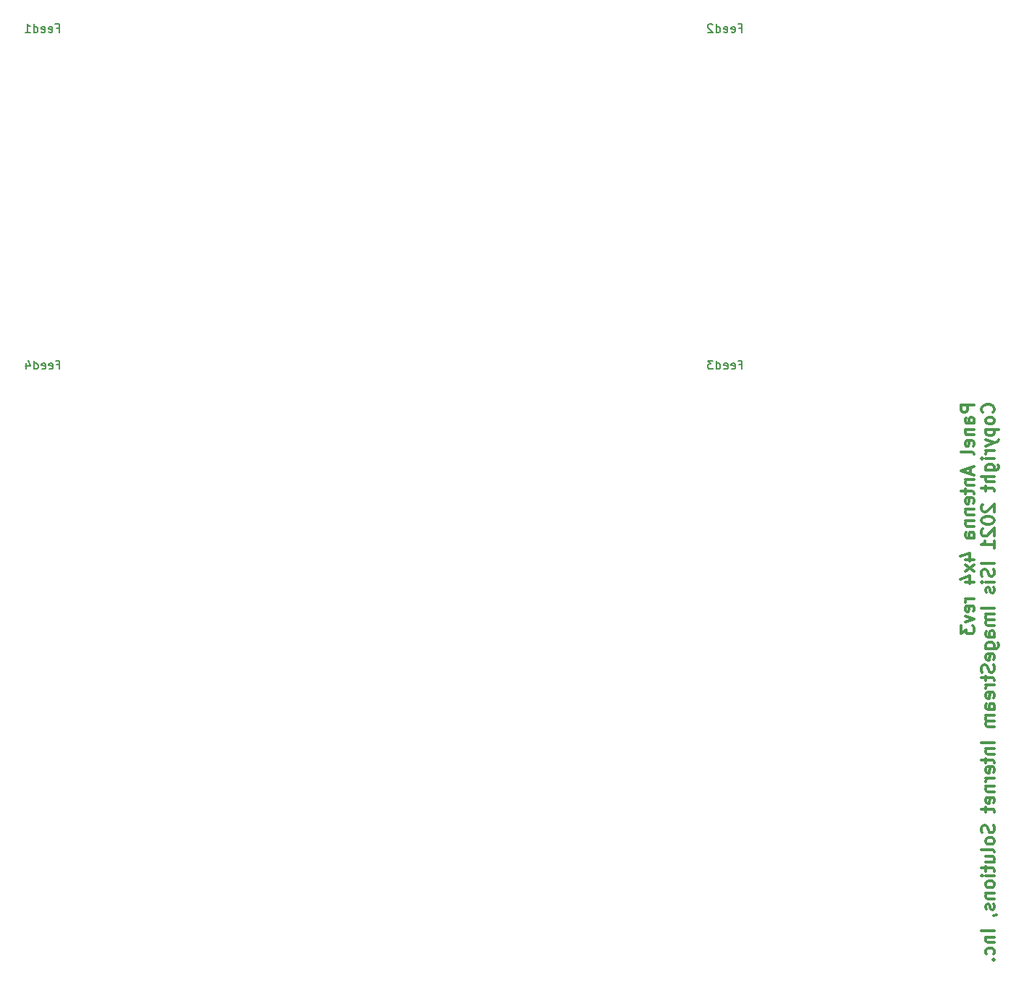
<source format=gbr>
%TF.GenerationSoftware,KiCad,Pcbnew,5.99.0-unknown-283d176cdc~117~ubuntu20.04.1*%
%TF.CreationDate,2021-02-27T14:34:11-06:00*%
%TF.ProjectId,Feeds,46656564-732e-46b6-9963-61645f706362,rev?*%
%TF.SameCoordinates,Original*%
%TF.FileFunction,Legend,Bot*%
%TF.FilePolarity,Positive*%
%FSLAX46Y46*%
G04 Gerber Fmt 4.6, Leading zero omitted, Abs format (unit mm)*
G04 Created by KiCad (PCBNEW 5.99.0-unknown-283d176cdc~117~ubuntu20.04.1) date 2021-02-27 14:34:11*
%MOMM*%
%LPD*%
G01*
G04 APERTURE LIST*
%ADD10C,0.300000*%
%ADD11C,0.150000*%
G04 APERTURE END LIST*
D10*
X179455471Y-137915342D02*
X177955471Y-137915342D01*
X177955471Y-138486771D01*
X178026900Y-138629628D01*
X178098328Y-138701057D01*
X178241185Y-138772485D01*
X178455471Y-138772485D01*
X178598328Y-138701057D01*
X178669757Y-138629628D01*
X178741185Y-138486771D01*
X178741185Y-137915342D01*
X179455471Y-140058200D02*
X178669757Y-140058200D01*
X178526900Y-139986771D01*
X178455471Y-139843914D01*
X178455471Y-139558200D01*
X178526900Y-139415342D01*
X179384042Y-140058200D02*
X179455471Y-139915342D01*
X179455471Y-139558200D01*
X179384042Y-139415342D01*
X179241185Y-139343914D01*
X179098328Y-139343914D01*
X178955471Y-139415342D01*
X178884042Y-139558200D01*
X178884042Y-139915342D01*
X178812614Y-140058200D01*
X178455471Y-140772485D02*
X179455471Y-140772485D01*
X178598328Y-140772485D02*
X178526900Y-140843914D01*
X178455471Y-140986771D01*
X178455471Y-141201057D01*
X178526900Y-141343914D01*
X178669757Y-141415342D01*
X179455471Y-141415342D01*
X179384042Y-142701057D02*
X179455471Y-142558200D01*
X179455471Y-142272485D01*
X179384042Y-142129628D01*
X179241185Y-142058200D01*
X178669757Y-142058200D01*
X178526900Y-142129628D01*
X178455471Y-142272485D01*
X178455471Y-142558200D01*
X178526900Y-142701057D01*
X178669757Y-142772485D01*
X178812614Y-142772485D01*
X178955471Y-142058200D01*
X179455471Y-143629628D02*
X179384042Y-143486771D01*
X179241185Y-143415342D01*
X177955471Y-143415342D01*
X179026900Y-145272485D02*
X179026900Y-145986771D01*
X179455471Y-145129628D02*
X177955471Y-145629628D01*
X179455471Y-146129628D01*
X178455471Y-146629628D02*
X179455471Y-146629628D01*
X178598328Y-146629628D02*
X178526900Y-146701057D01*
X178455471Y-146843914D01*
X178455471Y-147058200D01*
X178526900Y-147201057D01*
X178669757Y-147272485D01*
X179455471Y-147272485D01*
X178455471Y-147772485D02*
X178455471Y-148343914D01*
X177955471Y-147986771D02*
X179241185Y-147986771D01*
X179384042Y-148058200D01*
X179455471Y-148201057D01*
X179455471Y-148343914D01*
X179384042Y-149415342D02*
X179455471Y-149272485D01*
X179455471Y-148986771D01*
X179384042Y-148843914D01*
X179241185Y-148772485D01*
X178669757Y-148772485D01*
X178526900Y-148843914D01*
X178455471Y-148986771D01*
X178455471Y-149272485D01*
X178526900Y-149415342D01*
X178669757Y-149486771D01*
X178812614Y-149486771D01*
X178955471Y-148772485D01*
X178455471Y-150129628D02*
X179455471Y-150129628D01*
X178598328Y-150129628D02*
X178526900Y-150201057D01*
X178455471Y-150343914D01*
X178455471Y-150558200D01*
X178526900Y-150701057D01*
X178669757Y-150772485D01*
X179455471Y-150772485D01*
X178455471Y-151486771D02*
X179455471Y-151486771D01*
X178598328Y-151486771D02*
X178526900Y-151558200D01*
X178455471Y-151701057D01*
X178455471Y-151915342D01*
X178526900Y-152058200D01*
X178669757Y-152129628D01*
X179455471Y-152129628D01*
X179455471Y-153486771D02*
X178669757Y-153486771D01*
X178526900Y-153415342D01*
X178455471Y-153272485D01*
X178455471Y-152986771D01*
X178526900Y-152843914D01*
X179384042Y-153486771D02*
X179455471Y-153343914D01*
X179455471Y-152986771D01*
X179384042Y-152843914D01*
X179241185Y-152772485D01*
X179098328Y-152772485D01*
X178955471Y-152843914D01*
X178884042Y-152986771D01*
X178884042Y-153343914D01*
X178812614Y-153486771D01*
X178455471Y-155986771D02*
X179455471Y-155986771D01*
X177884042Y-155629628D02*
X178955471Y-155272485D01*
X178955471Y-156201057D01*
X179455471Y-156629628D02*
X178455471Y-157415342D01*
X178455471Y-156629628D02*
X179455471Y-157415342D01*
X178455471Y-158629628D02*
X179455471Y-158629628D01*
X177884042Y-158272485D02*
X178955471Y-157915342D01*
X178955471Y-158843914D01*
X179455471Y-160558200D02*
X178455471Y-160558200D01*
X178741185Y-160558200D02*
X178598328Y-160629628D01*
X178526900Y-160701057D01*
X178455471Y-160843914D01*
X178455471Y-160986771D01*
X179384042Y-162058200D02*
X179455471Y-161915342D01*
X179455471Y-161629628D01*
X179384042Y-161486771D01*
X179241185Y-161415342D01*
X178669757Y-161415342D01*
X178526900Y-161486771D01*
X178455471Y-161629628D01*
X178455471Y-161915342D01*
X178526900Y-162058200D01*
X178669757Y-162129628D01*
X178812614Y-162129628D01*
X178955471Y-161415342D01*
X178455471Y-162629628D02*
X179455471Y-162986771D01*
X178455471Y-163343914D01*
X177955471Y-163772485D02*
X177955471Y-164701057D01*
X178526900Y-164201057D01*
X178526900Y-164415342D01*
X178598328Y-164558200D01*
X178669757Y-164629628D01*
X178812614Y-164701057D01*
X179169757Y-164701057D01*
X179312614Y-164629628D01*
X179384042Y-164558200D01*
X179455471Y-164415342D01*
X179455471Y-163986771D01*
X179384042Y-163843914D01*
X179312614Y-163772485D01*
X181727614Y-138772485D02*
X181799042Y-138701057D01*
X181870471Y-138486771D01*
X181870471Y-138343914D01*
X181799042Y-138129628D01*
X181656185Y-137986771D01*
X181513328Y-137915342D01*
X181227614Y-137843914D01*
X181013328Y-137843914D01*
X180727614Y-137915342D01*
X180584757Y-137986771D01*
X180441900Y-138129628D01*
X180370471Y-138343914D01*
X180370471Y-138486771D01*
X180441900Y-138701057D01*
X180513328Y-138772485D01*
X181870471Y-139629628D02*
X181799042Y-139486771D01*
X181727614Y-139415342D01*
X181584757Y-139343914D01*
X181156185Y-139343914D01*
X181013328Y-139415342D01*
X180941900Y-139486771D01*
X180870471Y-139629628D01*
X180870471Y-139843914D01*
X180941900Y-139986771D01*
X181013328Y-140058200D01*
X181156185Y-140129628D01*
X181584757Y-140129628D01*
X181727614Y-140058200D01*
X181799042Y-139986771D01*
X181870471Y-139843914D01*
X181870471Y-139629628D01*
X180870471Y-140772485D02*
X182370471Y-140772485D01*
X180941900Y-140772485D02*
X180870471Y-140915342D01*
X180870471Y-141201057D01*
X180941900Y-141343914D01*
X181013328Y-141415342D01*
X181156185Y-141486771D01*
X181584757Y-141486771D01*
X181727614Y-141415342D01*
X181799042Y-141343914D01*
X181870471Y-141201057D01*
X181870471Y-140915342D01*
X181799042Y-140772485D01*
X180870471Y-141986771D02*
X181870471Y-142343914D01*
X180870471Y-142701057D02*
X181870471Y-142343914D01*
X182227614Y-142201057D01*
X182299042Y-142129628D01*
X182370471Y-141986771D01*
X181870471Y-143272485D02*
X180870471Y-143272485D01*
X181156185Y-143272485D02*
X181013328Y-143343914D01*
X180941900Y-143415342D01*
X180870471Y-143558200D01*
X180870471Y-143701057D01*
X181870471Y-144201057D02*
X180870471Y-144201057D01*
X180370471Y-144201057D02*
X180441900Y-144129628D01*
X180513328Y-144201057D01*
X180441900Y-144272485D01*
X180370471Y-144201057D01*
X180513328Y-144201057D01*
X180870471Y-145558200D02*
X182084757Y-145558200D01*
X182227614Y-145486771D01*
X182299042Y-145415342D01*
X182370471Y-145272485D01*
X182370471Y-145058200D01*
X182299042Y-144915342D01*
X181799042Y-145558200D02*
X181870471Y-145415342D01*
X181870471Y-145129628D01*
X181799042Y-144986771D01*
X181727614Y-144915342D01*
X181584757Y-144843914D01*
X181156185Y-144843914D01*
X181013328Y-144915342D01*
X180941900Y-144986771D01*
X180870471Y-145129628D01*
X180870471Y-145415342D01*
X180941900Y-145558200D01*
X181870471Y-146272485D02*
X180370471Y-146272485D01*
X181870471Y-146915342D02*
X181084757Y-146915342D01*
X180941900Y-146843914D01*
X180870471Y-146701057D01*
X180870471Y-146486771D01*
X180941900Y-146343914D01*
X181013328Y-146272485D01*
X180870471Y-147415342D02*
X180870471Y-147986771D01*
X180370471Y-147629628D02*
X181656185Y-147629628D01*
X181799042Y-147701057D01*
X181870471Y-147843914D01*
X181870471Y-147986771D01*
X180513328Y-149558200D02*
X180441900Y-149629628D01*
X180370471Y-149772485D01*
X180370471Y-150129628D01*
X180441900Y-150272485D01*
X180513328Y-150343914D01*
X180656185Y-150415342D01*
X180799042Y-150415342D01*
X181013328Y-150343914D01*
X181870471Y-149486771D01*
X181870471Y-150415342D01*
X180370471Y-151343914D02*
X180370471Y-151486771D01*
X180441900Y-151629628D01*
X180513328Y-151701057D01*
X180656185Y-151772485D01*
X180941900Y-151843914D01*
X181299042Y-151843914D01*
X181584757Y-151772485D01*
X181727614Y-151701057D01*
X181799042Y-151629628D01*
X181870471Y-151486771D01*
X181870471Y-151343914D01*
X181799042Y-151201057D01*
X181727614Y-151129628D01*
X181584757Y-151058200D01*
X181299042Y-150986771D01*
X180941900Y-150986771D01*
X180656185Y-151058200D01*
X180513328Y-151129628D01*
X180441900Y-151201057D01*
X180370471Y-151343914D01*
X180513328Y-152415342D02*
X180441900Y-152486771D01*
X180370471Y-152629628D01*
X180370471Y-152986771D01*
X180441900Y-153129628D01*
X180513328Y-153201057D01*
X180656185Y-153272485D01*
X180799042Y-153272485D01*
X181013328Y-153201057D01*
X181870471Y-152343914D01*
X181870471Y-153272485D01*
X181870471Y-154701057D02*
X181870471Y-153843914D01*
X181870471Y-154272485D02*
X180370471Y-154272485D01*
X180584757Y-154129628D01*
X180727614Y-153986771D01*
X180799042Y-153843914D01*
X181870471Y-156486771D02*
X180370471Y-156486771D01*
X181799042Y-157129628D02*
X181870471Y-157343914D01*
X181870471Y-157701057D01*
X181799042Y-157843914D01*
X181727614Y-157915342D01*
X181584757Y-157986771D01*
X181441900Y-157986771D01*
X181299042Y-157915342D01*
X181227614Y-157843914D01*
X181156185Y-157701057D01*
X181084757Y-157415342D01*
X181013328Y-157272485D01*
X180941900Y-157201057D01*
X180799042Y-157129628D01*
X180656185Y-157129628D01*
X180513328Y-157201057D01*
X180441900Y-157272485D01*
X180370471Y-157415342D01*
X180370471Y-157772485D01*
X180441900Y-157986771D01*
X181870471Y-158629628D02*
X180870471Y-158629628D01*
X180370471Y-158629628D02*
X180441900Y-158558200D01*
X180513328Y-158629628D01*
X180441900Y-158701057D01*
X180370471Y-158629628D01*
X180513328Y-158629628D01*
X181799042Y-159272485D02*
X181870471Y-159415342D01*
X181870471Y-159701057D01*
X181799042Y-159843914D01*
X181656185Y-159915342D01*
X181584757Y-159915342D01*
X181441900Y-159843914D01*
X181370471Y-159701057D01*
X181370471Y-159486771D01*
X181299042Y-159343914D01*
X181156185Y-159272485D01*
X181084757Y-159272485D01*
X180941900Y-159343914D01*
X180870471Y-159486771D01*
X180870471Y-159701057D01*
X180941900Y-159843914D01*
X181870471Y-161701057D02*
X180370471Y-161701057D01*
X181870471Y-162415342D02*
X180870471Y-162415342D01*
X181013328Y-162415342D02*
X180941900Y-162486771D01*
X180870471Y-162629628D01*
X180870471Y-162843914D01*
X180941900Y-162986771D01*
X181084757Y-163058200D01*
X181870471Y-163058200D01*
X181084757Y-163058200D02*
X180941900Y-163129628D01*
X180870471Y-163272485D01*
X180870471Y-163486771D01*
X180941900Y-163629628D01*
X181084757Y-163701057D01*
X181870471Y-163701057D01*
X181870471Y-165058200D02*
X181084757Y-165058200D01*
X180941900Y-164986771D01*
X180870471Y-164843914D01*
X180870471Y-164558200D01*
X180941900Y-164415342D01*
X181799042Y-165058200D02*
X181870471Y-164915342D01*
X181870471Y-164558200D01*
X181799042Y-164415342D01*
X181656185Y-164343914D01*
X181513328Y-164343914D01*
X181370471Y-164415342D01*
X181299042Y-164558200D01*
X181299042Y-164915342D01*
X181227614Y-165058200D01*
X180870471Y-166415342D02*
X182084757Y-166415342D01*
X182227614Y-166343914D01*
X182299042Y-166272485D01*
X182370471Y-166129628D01*
X182370471Y-165915342D01*
X182299042Y-165772485D01*
X181799042Y-166415342D02*
X181870471Y-166272485D01*
X181870471Y-165986771D01*
X181799042Y-165843914D01*
X181727614Y-165772485D01*
X181584757Y-165701057D01*
X181156185Y-165701057D01*
X181013328Y-165772485D01*
X180941900Y-165843914D01*
X180870471Y-165986771D01*
X180870471Y-166272485D01*
X180941900Y-166415342D01*
X181799042Y-167701057D02*
X181870471Y-167558200D01*
X181870471Y-167272485D01*
X181799042Y-167129628D01*
X181656185Y-167058200D01*
X181084757Y-167058200D01*
X180941900Y-167129628D01*
X180870471Y-167272485D01*
X180870471Y-167558200D01*
X180941900Y-167701057D01*
X181084757Y-167772485D01*
X181227614Y-167772485D01*
X181370471Y-167058200D01*
X181799042Y-168343914D02*
X181870471Y-168558200D01*
X181870471Y-168915342D01*
X181799042Y-169058200D01*
X181727614Y-169129628D01*
X181584757Y-169201057D01*
X181441900Y-169201057D01*
X181299042Y-169129628D01*
X181227614Y-169058200D01*
X181156185Y-168915342D01*
X181084757Y-168629628D01*
X181013328Y-168486771D01*
X180941900Y-168415342D01*
X180799042Y-168343914D01*
X180656185Y-168343914D01*
X180513328Y-168415342D01*
X180441900Y-168486771D01*
X180370471Y-168629628D01*
X180370471Y-168986771D01*
X180441900Y-169201057D01*
X180870471Y-169629628D02*
X180870471Y-170201057D01*
X180370471Y-169843914D02*
X181656185Y-169843914D01*
X181799042Y-169915342D01*
X181870471Y-170058200D01*
X181870471Y-170201057D01*
X181870471Y-170701057D02*
X180870471Y-170701057D01*
X181156185Y-170701057D02*
X181013328Y-170772485D01*
X180941900Y-170843914D01*
X180870471Y-170986771D01*
X180870471Y-171129628D01*
X181799042Y-172201057D02*
X181870471Y-172058200D01*
X181870471Y-171772485D01*
X181799042Y-171629628D01*
X181656185Y-171558200D01*
X181084757Y-171558200D01*
X180941900Y-171629628D01*
X180870471Y-171772485D01*
X180870471Y-172058200D01*
X180941900Y-172201057D01*
X181084757Y-172272485D01*
X181227614Y-172272485D01*
X181370471Y-171558200D01*
X181870471Y-173558200D02*
X181084757Y-173558200D01*
X180941900Y-173486771D01*
X180870471Y-173343914D01*
X180870471Y-173058200D01*
X180941900Y-172915342D01*
X181799042Y-173558200D02*
X181870471Y-173415342D01*
X181870471Y-173058200D01*
X181799042Y-172915342D01*
X181656185Y-172843914D01*
X181513328Y-172843914D01*
X181370471Y-172915342D01*
X181299042Y-173058200D01*
X181299042Y-173415342D01*
X181227614Y-173558200D01*
X181870471Y-174272485D02*
X180870471Y-174272485D01*
X181013328Y-174272485D02*
X180941900Y-174343914D01*
X180870471Y-174486771D01*
X180870471Y-174701057D01*
X180941900Y-174843914D01*
X181084757Y-174915342D01*
X181870471Y-174915342D01*
X181084757Y-174915342D02*
X180941900Y-174986771D01*
X180870471Y-175129628D01*
X180870471Y-175343914D01*
X180941900Y-175486771D01*
X181084757Y-175558200D01*
X181870471Y-175558200D01*
X181870471Y-177415342D02*
X180370471Y-177415342D01*
X180870471Y-178129628D02*
X181870471Y-178129628D01*
X181013328Y-178129628D02*
X180941900Y-178201057D01*
X180870471Y-178343914D01*
X180870471Y-178558200D01*
X180941900Y-178701057D01*
X181084757Y-178772485D01*
X181870471Y-178772485D01*
X180870471Y-179272485D02*
X180870471Y-179843914D01*
X180370471Y-179486771D02*
X181656185Y-179486771D01*
X181799042Y-179558200D01*
X181870471Y-179701057D01*
X181870471Y-179843914D01*
X181799042Y-180915342D02*
X181870471Y-180772485D01*
X181870471Y-180486771D01*
X181799042Y-180343914D01*
X181656185Y-180272485D01*
X181084757Y-180272485D01*
X180941900Y-180343914D01*
X180870471Y-180486771D01*
X180870471Y-180772485D01*
X180941900Y-180915342D01*
X181084757Y-180986771D01*
X181227614Y-180986771D01*
X181370471Y-180272485D01*
X181870471Y-181629628D02*
X180870471Y-181629628D01*
X181156185Y-181629628D02*
X181013328Y-181701057D01*
X180941900Y-181772485D01*
X180870471Y-181915342D01*
X180870471Y-182058200D01*
X180870471Y-182558200D02*
X181870471Y-182558200D01*
X181013328Y-182558200D02*
X180941900Y-182629628D01*
X180870471Y-182772485D01*
X180870471Y-182986771D01*
X180941900Y-183129628D01*
X181084757Y-183201057D01*
X181870471Y-183201057D01*
X181799042Y-184486771D02*
X181870471Y-184343914D01*
X181870471Y-184058200D01*
X181799042Y-183915342D01*
X181656185Y-183843914D01*
X181084757Y-183843914D01*
X180941900Y-183915342D01*
X180870471Y-184058200D01*
X180870471Y-184343914D01*
X180941900Y-184486771D01*
X181084757Y-184558200D01*
X181227614Y-184558200D01*
X181370471Y-183843914D01*
X180870471Y-184986771D02*
X180870471Y-185558200D01*
X180370471Y-185201057D02*
X181656185Y-185201057D01*
X181799042Y-185272485D01*
X181870471Y-185415342D01*
X181870471Y-185558200D01*
X181799042Y-187129628D02*
X181870471Y-187343914D01*
X181870471Y-187701057D01*
X181799042Y-187843914D01*
X181727614Y-187915342D01*
X181584757Y-187986771D01*
X181441900Y-187986771D01*
X181299042Y-187915342D01*
X181227614Y-187843914D01*
X181156185Y-187701057D01*
X181084757Y-187415342D01*
X181013328Y-187272485D01*
X180941900Y-187201057D01*
X180799042Y-187129628D01*
X180656185Y-187129628D01*
X180513328Y-187201057D01*
X180441900Y-187272485D01*
X180370471Y-187415342D01*
X180370471Y-187772485D01*
X180441900Y-187986771D01*
X181870471Y-188843914D02*
X181799042Y-188701057D01*
X181727614Y-188629628D01*
X181584757Y-188558200D01*
X181156185Y-188558200D01*
X181013328Y-188629628D01*
X180941900Y-188701057D01*
X180870471Y-188843914D01*
X180870471Y-189058200D01*
X180941900Y-189201057D01*
X181013328Y-189272485D01*
X181156185Y-189343914D01*
X181584757Y-189343914D01*
X181727614Y-189272485D01*
X181799042Y-189201057D01*
X181870471Y-189058200D01*
X181870471Y-188843914D01*
X181870471Y-190201057D02*
X181799042Y-190058200D01*
X181656185Y-189986771D01*
X180370471Y-189986771D01*
X180870471Y-191415342D02*
X181870471Y-191415342D01*
X180870471Y-190772485D02*
X181656185Y-190772485D01*
X181799042Y-190843914D01*
X181870471Y-190986771D01*
X181870471Y-191201057D01*
X181799042Y-191343914D01*
X181727614Y-191415342D01*
X180870471Y-191915342D02*
X180870471Y-192486771D01*
X180370471Y-192129628D02*
X181656185Y-192129628D01*
X181799042Y-192201057D01*
X181870471Y-192343914D01*
X181870471Y-192486771D01*
X181870471Y-192986771D02*
X180870471Y-192986771D01*
X180370471Y-192986771D02*
X180441900Y-192915342D01*
X180513328Y-192986771D01*
X180441900Y-193058200D01*
X180370471Y-192986771D01*
X180513328Y-192986771D01*
X181870471Y-193915342D02*
X181799042Y-193772485D01*
X181727614Y-193701057D01*
X181584757Y-193629628D01*
X181156185Y-193629628D01*
X181013328Y-193701057D01*
X180941900Y-193772485D01*
X180870471Y-193915342D01*
X180870471Y-194129628D01*
X180941900Y-194272485D01*
X181013328Y-194343914D01*
X181156185Y-194415342D01*
X181584757Y-194415342D01*
X181727614Y-194343914D01*
X181799042Y-194272485D01*
X181870471Y-194129628D01*
X181870471Y-193915342D01*
X180870471Y-195058200D02*
X181870471Y-195058200D01*
X181013328Y-195058200D02*
X180941900Y-195129628D01*
X180870471Y-195272485D01*
X180870471Y-195486771D01*
X180941900Y-195629628D01*
X181084757Y-195701057D01*
X181870471Y-195701057D01*
X181799042Y-196343914D02*
X181870471Y-196486771D01*
X181870471Y-196772485D01*
X181799042Y-196915342D01*
X181656185Y-196986771D01*
X181584757Y-196986771D01*
X181441900Y-196915342D01*
X181370471Y-196772485D01*
X181370471Y-196558200D01*
X181299042Y-196415342D01*
X181156185Y-196343914D01*
X181084757Y-196343914D01*
X180941900Y-196415342D01*
X180870471Y-196558200D01*
X180870471Y-196772485D01*
X180941900Y-196915342D01*
X181799042Y-197701057D02*
X181870471Y-197701057D01*
X182013328Y-197629628D01*
X182084757Y-197558200D01*
X181870471Y-199486771D02*
X180370471Y-199486771D01*
X180870471Y-200201057D02*
X181870471Y-200201057D01*
X181013328Y-200201057D02*
X180941900Y-200272485D01*
X180870471Y-200415342D01*
X180870471Y-200629628D01*
X180941900Y-200772485D01*
X181084757Y-200843914D01*
X181870471Y-200843914D01*
X181799042Y-202201057D02*
X181870471Y-202058200D01*
X181870471Y-201772485D01*
X181799042Y-201629628D01*
X181727614Y-201558200D01*
X181584757Y-201486771D01*
X181156185Y-201486771D01*
X181013328Y-201558200D01*
X180941900Y-201629628D01*
X180870471Y-201772485D01*
X180870471Y-202058200D01*
X180941900Y-202201057D01*
X181727614Y-202843914D02*
X181799042Y-202915342D01*
X181870471Y-202843914D01*
X181799042Y-202772485D01*
X181727614Y-202843914D01*
X181870471Y-202843914D01*
D11*
%TO.C,Feed4*%
X72173857Y-133182546D02*
X72507190Y-133182546D01*
X72507190Y-133706355D02*
X72507190Y-132706355D01*
X72031000Y-132706355D01*
X71269095Y-133658736D02*
X71364333Y-133706355D01*
X71554809Y-133706355D01*
X71650047Y-133658736D01*
X71697666Y-133563498D01*
X71697666Y-133182546D01*
X71650047Y-133087308D01*
X71554809Y-133039689D01*
X71364333Y-133039689D01*
X71269095Y-133087308D01*
X71221476Y-133182546D01*
X71221476Y-133277784D01*
X71697666Y-133373022D01*
X70411952Y-133658736D02*
X70507190Y-133706355D01*
X70697666Y-133706355D01*
X70792904Y-133658736D01*
X70840523Y-133563498D01*
X70840523Y-133182546D01*
X70792904Y-133087308D01*
X70697666Y-133039689D01*
X70507190Y-133039689D01*
X70411952Y-133087308D01*
X70364333Y-133182546D01*
X70364333Y-133277784D01*
X70840523Y-133373022D01*
X69507190Y-133706355D02*
X69507190Y-132706355D01*
X69507190Y-133658736D02*
X69602428Y-133706355D01*
X69792904Y-133706355D01*
X69888142Y-133658736D01*
X69935761Y-133611117D01*
X69983380Y-133515879D01*
X69983380Y-133230165D01*
X69935761Y-133134927D01*
X69888142Y-133087308D01*
X69792904Y-133039689D01*
X69602428Y-133039689D01*
X69507190Y-133087308D01*
X68602428Y-133039689D02*
X68602428Y-133706355D01*
X68840523Y-132658736D02*
X69078619Y-133373022D01*
X68459571Y-133373022D01*
%TO.C,Feed1*%
X72144607Y-93774571D02*
X72477940Y-93774571D01*
X72477940Y-94298380D02*
X72477940Y-93298380D01*
X72001750Y-93298380D01*
X71239845Y-94250761D02*
X71335083Y-94298380D01*
X71525559Y-94298380D01*
X71620797Y-94250761D01*
X71668416Y-94155523D01*
X71668416Y-93774571D01*
X71620797Y-93679333D01*
X71525559Y-93631714D01*
X71335083Y-93631714D01*
X71239845Y-93679333D01*
X71192226Y-93774571D01*
X71192226Y-93869809D01*
X71668416Y-93965047D01*
X70382702Y-94250761D02*
X70477940Y-94298380D01*
X70668416Y-94298380D01*
X70763654Y-94250761D01*
X70811273Y-94155523D01*
X70811273Y-93774571D01*
X70763654Y-93679333D01*
X70668416Y-93631714D01*
X70477940Y-93631714D01*
X70382702Y-93679333D01*
X70335083Y-93774571D01*
X70335083Y-93869809D01*
X70811273Y-93965047D01*
X69477940Y-94298380D02*
X69477940Y-93298380D01*
X69477940Y-94250761D02*
X69573178Y-94298380D01*
X69763654Y-94298380D01*
X69858892Y-94250761D01*
X69906511Y-94203142D01*
X69954130Y-94107904D01*
X69954130Y-93822190D01*
X69906511Y-93726952D01*
X69858892Y-93679333D01*
X69763654Y-93631714D01*
X69573178Y-93631714D01*
X69477940Y-93679333D01*
X68477940Y-94298380D02*
X69049369Y-94298380D01*
X68763654Y-94298380D02*
X68763654Y-93298380D01*
X68858892Y-93441238D01*
X68954130Y-93536476D01*
X69049369Y-93584095D01*
%TO.C,Feed3*%
X151998857Y-133182546D02*
X152332190Y-133182546D01*
X152332190Y-133706355D02*
X152332190Y-132706355D01*
X151856000Y-132706355D01*
X151094095Y-133658736D02*
X151189333Y-133706355D01*
X151379809Y-133706355D01*
X151475047Y-133658736D01*
X151522666Y-133563498D01*
X151522666Y-133182546D01*
X151475047Y-133087308D01*
X151379809Y-133039689D01*
X151189333Y-133039689D01*
X151094095Y-133087308D01*
X151046476Y-133182546D01*
X151046476Y-133277784D01*
X151522666Y-133373022D01*
X150236952Y-133658736D02*
X150332190Y-133706355D01*
X150522666Y-133706355D01*
X150617904Y-133658736D01*
X150665523Y-133563498D01*
X150665523Y-133182546D01*
X150617904Y-133087308D01*
X150522666Y-133039689D01*
X150332190Y-133039689D01*
X150236952Y-133087308D01*
X150189333Y-133182546D01*
X150189333Y-133277784D01*
X150665523Y-133373022D01*
X149332190Y-133706355D02*
X149332190Y-132706355D01*
X149332190Y-133658736D02*
X149427428Y-133706355D01*
X149617904Y-133706355D01*
X149713142Y-133658736D01*
X149760761Y-133611117D01*
X149808380Y-133515879D01*
X149808380Y-133230165D01*
X149760761Y-133134927D01*
X149713142Y-133087308D01*
X149617904Y-133039689D01*
X149427428Y-133039689D01*
X149332190Y-133087308D01*
X148951238Y-132706355D02*
X148332190Y-132706355D01*
X148665523Y-133087308D01*
X148522666Y-133087308D01*
X148427428Y-133134927D01*
X148379809Y-133182546D01*
X148332190Y-133277784D01*
X148332190Y-133515879D01*
X148379809Y-133611117D01*
X148427428Y-133658736D01*
X148522666Y-133706355D01*
X148808380Y-133706355D01*
X148903619Y-133658736D01*
X148951238Y-133611117D01*
%TO.C,Feed2*%
X151993857Y-93774571D02*
X152327190Y-93774571D01*
X152327190Y-94298380D02*
X152327190Y-93298380D01*
X151851000Y-93298380D01*
X151089095Y-94250761D02*
X151184333Y-94298380D01*
X151374809Y-94298380D01*
X151470047Y-94250761D01*
X151517666Y-94155523D01*
X151517666Y-93774571D01*
X151470047Y-93679333D01*
X151374809Y-93631714D01*
X151184333Y-93631714D01*
X151089095Y-93679333D01*
X151041476Y-93774571D01*
X151041476Y-93869809D01*
X151517666Y-93965047D01*
X150231952Y-94250761D02*
X150327190Y-94298380D01*
X150517666Y-94298380D01*
X150612904Y-94250761D01*
X150660523Y-94155523D01*
X150660523Y-93774571D01*
X150612904Y-93679333D01*
X150517666Y-93631714D01*
X150327190Y-93631714D01*
X150231952Y-93679333D01*
X150184333Y-93774571D01*
X150184333Y-93869809D01*
X150660523Y-93965047D01*
X149327190Y-94298380D02*
X149327190Y-93298380D01*
X149327190Y-94250761D02*
X149422428Y-94298380D01*
X149612904Y-94298380D01*
X149708142Y-94250761D01*
X149755761Y-94203142D01*
X149803380Y-94107904D01*
X149803380Y-93822190D01*
X149755761Y-93726952D01*
X149708142Y-93679333D01*
X149612904Y-93631714D01*
X149422428Y-93631714D01*
X149327190Y-93679333D01*
X148898619Y-93393619D02*
X148851000Y-93346000D01*
X148755761Y-93298380D01*
X148517666Y-93298380D01*
X148422428Y-93346000D01*
X148374809Y-93393619D01*
X148327190Y-93488857D01*
X148327190Y-93584095D01*
X148374809Y-93726952D01*
X148946238Y-94298380D01*
X148327190Y-94298380D01*
%TD*%
M02*

</source>
